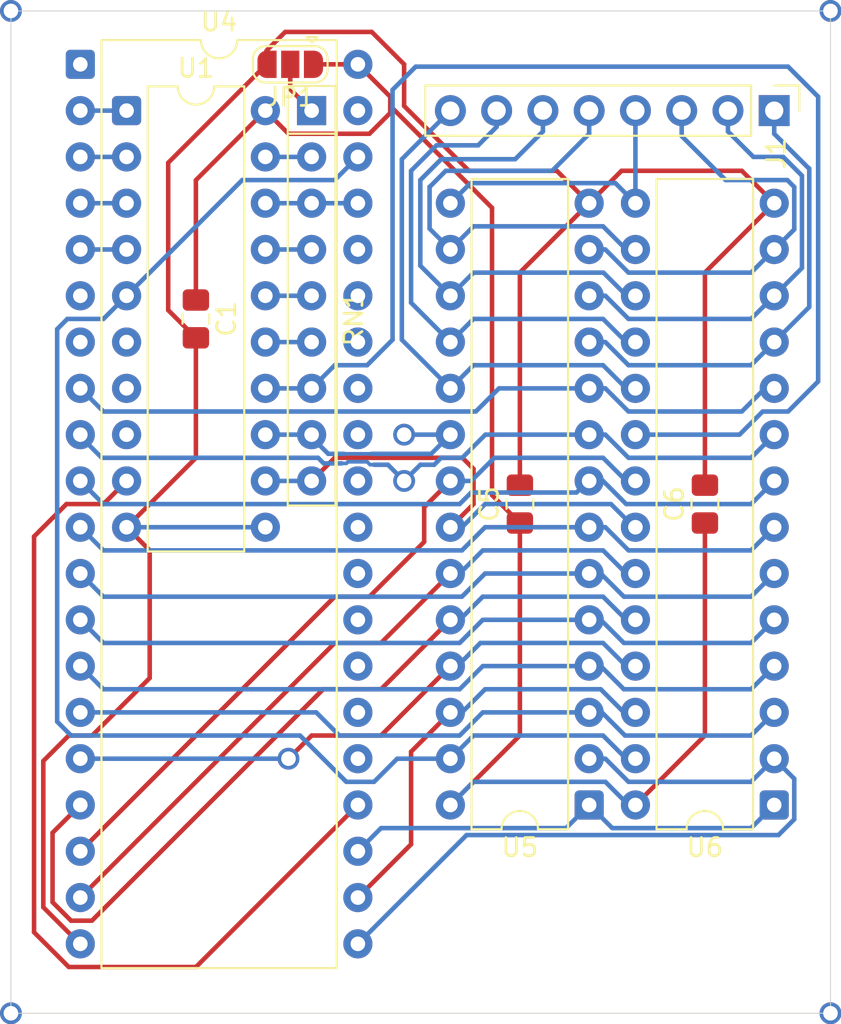
<source format=kicad_pcb>
(kicad_pcb (version 20241229) (generator "pcbnew") (generator_version "9.0")
  (layers (0 "F.Cu" signal) (2 "B.Cu" signal) (13 "F.Paste" user) (15 "B.Paste" user) (5 "F.SilkS" user "F.Silkscreen") (7 "B.SilkS" user "B.Silkscreen") (1 "F.Mask" user) (3 "B.Mask" user) (25 "Edge.Cuts" user))
  (net 0 "")
  (net 1 "GND")
  (net 2 "+5V")
  (net 3 "/D0")
  (net 4 "/D4")
  (net 5 "/D2")
  (net 6 "/D7")
  (net 7 "/D1")
  (net 8 "/D6")
  (net 9 "/D3")
  (net 10 "RW")
  (net 11 "A15")
  (net 12 "CLK")
  (net 13 "OSC")
  (net 14 "/A10")
  (net 15 "/A3")
  (net 16 "/A9")
  (net 17 "/A13")
  (net 18 "/A8")
  (net 19 "/A2")
  (net 20 "/A6")
  (net 21 "/A4")
  (net 22 "/A7")
  (net 23 "/A14")
  (net 24 "/A5")
  (net 25 "/A12")
  (net 26 "/A1")
  (net 27 "/A0")
  (net 28 "/A11")
  (net 29 "/D5")
  (net 46 "I8")
  (net 47 "CLK{slash}2")
  (net 48 "O5")
  (net 49 "O4")
  (net 50 "I7")
  (net 51 "I6")
  (net 52 "O3")
  (net 53 "Net-(JP1-C)")
  (net 54 "_CS2")
  (net 55 "_CS1")
  (net 56 "_OE")
  (net 57 "_EXTSEL")
  (net 58 "_O2")
  (net 59 "_CI")
  (footprint "Jumper:SolderJumper-3_P1.3mm_Open_RoundedPad1.0x1.5mm" (layer "F.Cu") (at 113.127 50.8 180)
    (property "Reference" "JP1" (at 0 -1.8 0) (layer "F.SilkS"))
    (property "Value" "SolderJumper_3_Open" (hide yes))
    (pad "1" smd custom (at -1.3 0 180) (size 1 0.5) (layers "F.Cu" "F.Mask") (net 2 "+5V") (options (clearance outline) (anchor rect)) (primitives (gr_circle (center 0 0.25) (end 0.5 0.25) (width 0) (fill yes)) (gr_circle (center 0 -0.25) (end 0.5 -0.25) (width 0) (fill yes)) (gr_poly (pts (xy 0.55 0.75) (xy 0 0.75) (xy 0 -0.75) (xy 0.55 -0.75)) (width 0) (fill yes))))
    (pad "2" smd rect (at 0 0 180) (size 1 1.5) (layers "F.Cu" "F.Mask") (net 53 "Net-(JP1-C)"))
    (pad "3" smd custom (at 1.3 0 180) (size 1 0.5) (layers "F.Cu" "F.Mask") (net 1 "GND") (options (clearance outline) (anchor rect)) (primitives (gr_circle (center 0 0.25) (end 0.5 0.25) (width 0) (fill yes)) (gr_circle (center 0 -0.25) (end 0.5 -0.25) (width 0) (fill yes)) (gr_poly (pts (xy 0 0.75) (xy -0.55 0.75) (xy -0.55 -0.75) (xy 0 -0.75)) (width 0) (fill yes))))
  )
  (footprint "Package_DIP:DIP-28_W7.62mm" (layer "F.Cu") (at 139.7 91.44 180)
    (property "Reference" "U6" (at 3.81 -2.33 0) (layer "F.SilkS"))
    (property "Value" "KM62256CLP")
    (pad "1" thru_hole roundrect (at 0 0 180) (size 1.6 1.6) (drill 0.8) (layers "*.Cu" "*.Mask") (roundrect_rratio 0.15625) (net 23 "/A14"))
    (pad "2" thru_hole circle (at 0 2.54 180) (size 1.6 1.6) (drill 0.8) (layers "*.Cu" "*.Mask") (net 25 "/A12"))
    (pad "3" thru_hole circle (at 0 5.08 180) (size 1.6 1.6) (drill 0.8) (layers "*.Cu" "*.Mask") (net 22 "/A7"))
    (pad "4" thru_hole circle (at 0 7.62 180) (size 1.6 1.6) (drill 0.8) (layers "*.Cu" "*.Mask") (net 20 "/A6"))
    (pad "5" thru_hole circle (at 0 10.16 180) (size 1.6 1.6) (drill 0.8) (layers "*.Cu" "*.Mask") (net 24 "/A5"))
    (pad "6" thru_hole circle (at 0 12.7 180) (size 1.6 1.6) (drill 0.8) (layers "*.Cu" "*.Mask") (net 21 "/A4"))
    (pad "7" thru_hole circle (at 0 15.24 180) (size 1.6 1.6) (drill 0.8) (layers "*.Cu" "*.Mask") (net 15 "/A3"))
    (pad "8" thru_hole circle (at 0 17.78 180) (size 1.6 1.6) (drill 0.8) (layers "*.Cu" "*.Mask") (net 19 "/A2"))
    (pad "9" thru_hole circle (at 0 20.32 180) (size 1.6 1.6) (drill 0.8) (layers "*.Cu" "*.Mask") (net 26 "/A1"))
    (pad "10" thru_hole circle (at 0 22.86 180) (size 1.6 1.6) (drill 0.8) (layers "*.Cu" "*.Mask") (net 27 "/A0"))
    (pad "11" thru_hole circle (at 0 25.4 180) (size 1.6 1.6) (drill 0.8) (layers "*.Cu" "*.Mask") (net 3 "/D0"))
    (pad "12" thru_hole circle (at 0 27.94 180) (size 1.6 1.6) (drill 0.8) (layers "*.Cu" "*.Mask") (net 7 "/D1"))
    (pad "13" thru_hole circle (at 0 30.48 180) (size 1.6 1.6) (drill 0.8) (layers "*.Cu" "*.Mask") (net 5 "/D2"))
    (pad "14" thru_hole circle (at 0 33.02 180) (size 1.6 1.6) (drill 0.8) (layers "*.Cu" "*.Mask") (net 1 "GND"))
    (pad "15" thru_hole circle (at 7.62 33.02 180) (size 1.6 1.6) (drill 0.8) (layers "*.Cu" "*.Mask") (net 9 "/D3"))
    (pad "16" thru_hole circle (at 7.62 30.48 180) (size 1.6 1.6) (drill 0.8) (layers "*.Cu" "*.Mask") (net 4 "/D4"))
    (pad "17" thru_hole circle (at 7.62 27.94 180) (size 1.6 1.6) (drill 0.8) (layers "*.Cu" "*.Mask") (net 29 "/D5"))
    (pad "18" thru_hole circle (at 7.62 25.4 180) (size 1.6 1.6) (drill 0.8) (layers "*.Cu" "*.Mask") (net 8 "/D6"))
    (pad "19" thru_hole circle (at 7.62 22.86 180) (size 1.6 1.6) (drill 0.8) (layers "*.Cu" "*.Mask") (net 6 "/D7"))
    (pad "20" thru_hole circle (at 7.62 20.32 180) (size 1.6 1.6) (drill 0.8) (layers "*.Cu" "*.Mask") (net 54 "_CS2"))
    (pad "21" thru_hole circle (at 7.62 17.78 180) (size 1.6 1.6) (drill 0.8) (layers "*.Cu" "*.Mask") (net 14 "/A10"))
    (pad "22" thru_hole circle (at 7.62 15.24 180) (size 1.6 1.6) (drill 0.8) (layers "*.Cu" "*.Mask") (net 56 "_OE"))
    (pad "23" thru_hole circle (at 7.62 12.7 180) (size 1.6 1.6) (drill 0.8) (layers "*.Cu" "*.Mask") (net 28 "/A11"))
    (pad "24" thru_hole circle (at 7.62 10.16 180) (size 1.6 1.6) (drill 0.8) (layers "*.Cu" "*.Mask") (net 16 "/A9"))
    (pad "25" thru_hole circle (at 7.62 7.62 180) (size 1.6 1.6) (drill 0.8) (layers "*.Cu" "*.Mask") (net 18 "/A8"))
    (pad "26" thru_hole circle (at 7.62 5.08 180) (size 1.6 1.6) (drill 0.8) (layers "*.Cu" "*.Mask") (net 17 "/A13"))
    (pad "27" thru_hole circle (at 7.62 2.54 180) (size 1.6 1.6) (drill 0.8) (layers "*.Cu" "*.Mask") (net 10 "RW"))
    (pad "28" thru_hole circle (at 7.62 0 180) (size 1.6 1.6) (drill 0.8) (layers "*.Cu" "*.Mask") (net 2 "+5V"))
  )
  (footprint "Resistor_THT:R_Array_SIP9" (layer "F.Cu") (at 114.3 53.34 -90)
    (property "Reference" "RN1" (at 11.43 -2.31 90) (layer "F.SilkS"))
    (property "Value" "1k")
    (pad "1" thru_hole rect (at 0 0 270) (size 1.6 1.6) (drill 0.8) (layers "*.Cu" "*.Mask") (net 53 "Net-(JP1-C)"))
    (pad "2" thru_hole circle (at 2.54 0 270) (size 1.6 1.6) (drill 0.8) (layers "*.Cu" "*.Mask") (net 47 "CLK{slash}2"))
    (pad "3" thru_hole circle (at 5.08 0 270) (size 1.6 1.6) (drill 0.8) (layers "*.Cu" "*.Mask") (net 13 "OSC"))
    (pad "4" thru_hole circle (at 7.62 0 270) (size 1.6 1.6) (drill 0.8) (layers "*.Cu" "*.Mask") (net 52 "O3"))
    (pad "5" thru_hole circle (at 10.16 0 270) (size 1.6 1.6) (drill 0.8) (layers "*.Cu" "*.Mask") (net 49 "O4"))
    (pad "6" thru_hole circle (at 12.7 0 270) (size 1.6 1.6) (drill 0.8) (layers "*.Cu" "*.Mask") (net 48 "O5"))
    (pad "7" thru_hole circle (at 15.24 0 270) (size 1.6 1.6) (drill 0.8) (layers "*.Cu" "*.Mask") (net 54 "_CS2"))
    (pad "8" thru_hole circle (at 17.78 0 270) (size 1.6 1.6) (drill 0.8) (layers "*.Cu" "*.Mask") (net 55 "_CS1"))
    (pad "9" thru_hole circle (at 20.32 0 270) (size 1.6 1.6) (drill 0.8) (layers "*.Cu" "*.Mask") (net 56 "_OE"))
  )
  (footprint "Connector_PinHeader_2.54mm:PinHeader_1x08_P2.54mm_Vertical" (layer "F.Cu") (at 139.7 53.34 -90)
    (property "Reference" "J1" (at 2.3622 -0.1016 90) (layer "F.SilkS"))
    (property "Value" "D")
    (pad "1" thru_hole rect (at 0 0 270) (size 1.7 1.7) (drill 1) (layers "*.Cu" "*.Mask") (net 3 "/D0"))
    (pad "2" thru_hole circle (at 0 2.54 270) (size 1.7 1.7) (drill 1) (layers "*.Cu" "*.Mask") (net 7 "/D1"))
    (pad "3" thru_hole circle (at 0 5.08 270) (size 1.7 1.7) (drill 1) (layers "*.Cu" "*.Mask") (net 5 "/D2"))
    (pad "4" thru_hole circle (at 0 7.62 270) (size 1.7 1.7) (drill 1) (layers "*.Cu" "*.Mask") (net 9 "/D3"))
    (pad "5" thru_hole circle (at 0 10.16 270) (size 1.7 1.7) (drill 1) (layers "*.Cu" "*.Mask") (net 4 "/D4"))
    (pad "6" thru_hole circle (at 0 12.7 270) (size 1.7 1.7) (drill 1) (layers "*.Cu" "*.Mask") (net 29 "/D5"))
    (pad "7" thru_hole circle (at 0 15.24 270) (size 1.7 1.7) (drill 1) (layers "*.Cu" "*.Mask") (net 8 "/D6"))
    (pad "8" thru_hole circle (at 0 17.78 270) (size 1.7 1.7) (drill 1) (layers "*.Cu" "*.Mask") (net 6 "/D7"))
  )
  (footprint "Package_DIP:DIP-40_W15.24mm" (layer "F.Cu") (at 101.6 50.8)
    (property "Reference" "U4" (at 7.62 -2.33 0) (layer "F.SilkS"))
    (property "Value" "~" (hide yes))
    (pad "1" thru_hole roundrect (at 0 0) (size 1.6 1.6) (drill 0.8) (layers "*.Cu" "*.Mask") (roundrect_rratio 0.15625))
    (pad "2" thru_hole circle (at 0 2.54) (size 1.6 1.6) (drill 0.8) (layers "*.Cu" "*.Mask") (net 12 "CLK"))
    (pad "3" thru_hole circle (at 0 5.08) (size 1.6 1.6) (drill 0.8) (layers "*.Cu" "*.Mask") (net 57 "_EXTSEL"))
    (pad "4" thru_hole circle (at 0 7.62) (size 1.6 1.6) (drill 0.8) (layers "*.Cu" "*.Mask") (net 59 "_CI"))
    (pad "5" thru_hole circle (at 0 10.16) (size 1.6 1.6) (drill 0.8) (layers "*.Cu" "*.Mask") (net 58 "_O2"))
    (pad "6" thru_hole circle (at 0 12.7) (size 1.6 1.6) (drill 0.8) (layers "*.Cu" "*.Mask"))
    (pad "7" thru_hole circle (at 0 15.24) (size 1.6 1.6) (drill 0.8) (layers "*.Cu" "*.Mask"))
    (pad "8" thru_hole circle (at 0 17.78) (size 1.6 1.6) (drill 0.8) (layers "*.Cu" "*.Mask") (net 27 "/A0"))
    (pad "9" thru_hole circle (at 0 20.32) (size 1.6 1.6) (drill 0.8) (layers "*.Cu" "*.Mask") (net 26 "/A1"))
    (pad "10" thru_hole circle (at 0 22.86) (size 1.6 1.6) (drill 0.8) (layers "*.Cu" "*.Mask") (net 19 "/A2"))
    (pad "11" thru_hole circle (at 0 25.4) (size 1.6 1.6) (drill 0.8) (layers "*.Cu" "*.Mask") (net 15 "/A3"))
    (pad "12" thru_hole circle (at 0 27.94) (size 1.6 1.6) (drill 0.8) (layers "*.Cu" "*.Mask") (net 21 "/A4"))
    (pad "13" thru_hole circle (at 0 30.48) (size 1.6 1.6) (drill 0.8) (layers "*.Cu" "*.Mask") (net 24 "/A5"))
    (pad "14" thru_hole circle (at 0 33.02) (size 1.6 1.6) (drill 0.8) (layers "*.Cu" "*.Mask") (net 20 "/A6"))
    (pad "15" thru_hole circle (at 0 35.56) (size 1.6 1.6) (drill 0.8) (layers "*.Cu" "*.Mask") (net 22 "/A7"))
    (pad "16" thru_hole circle (at 0 38.1) (size 1.6 1.6) (drill 0.8) (layers "*.Cu" "*.Mask") (net 18 "/A8"))
    (pad "17" thru_hole circle (at 0 40.64) (size 1.6 1.6) (drill 0.8) (layers "*.Cu" "*.Mask") (net 16 "/A9"))
    (pad "18" thru_hole circle (at 0 43.18) (size 1.6 1.6) (drill 0.8) (layers "*.Cu" "*.Mask") (net 14 "/A10"))
    (pad "19" thru_hole circle (at 0 45.72) (size 1.6 1.6) (drill 0.8) (layers "*.Cu" "*.Mask") (net 28 "/A11"))
    (pad "20" thru_hole circle (at 0 48.26) (size 1.6 1.6) (drill 0.8) (layers "*.Cu" "*.Mask") (net 1 "GND"))
    (pad "21" thru_hole circle (at 15.24 48.26) (size 1.6 1.6) (drill 0.8) (layers "*.Cu" "*.Mask") (net 25 "/A12"))
    (pad "22" thru_hole circle (at 15.24 45.72) (size 1.6 1.6) (drill 0.8) (layers "*.Cu" "*.Mask") (net 17 "/A13"))
    (pad "23" thru_hole circle (at 15.24 43.18) (size 1.6 1.6) (drill 0.8) (layers "*.Cu" "*.Mask") (net 23 "/A14"))
    (pad "24" thru_hole circle (at 15.24 40.64) (size 1.6 1.6) (drill 0.8) (layers "*.Cu" "*.Mask") (net 11 "A15"))
    (pad "25" thru_hole circle (at 15.24 38.1) (size 1.6 1.6) (drill 0.8) (layers "*.Cu" "*.Mask"))
    (pad "26" thru_hole circle (at 15.24 35.56) (size 1.6 1.6) (drill 0.8) (layers "*.Cu" "*.Mask"))
    (pad "27" thru_hole circle (at 15.24 33.02) (size 1.6 1.6) (drill 0.8) (layers "*.Cu" "*.Mask"))
    (pad "28" thru_hole circle (at 15.24 30.48) (size 1.6 1.6) (drill 0.8) (layers "*.Cu" "*.Mask"))
    (pad "29" thru_hole circle (at 15.24 27.94) (size 1.6 1.6) (drill 0.8) (layers "*.Cu" "*.Mask"))
    (pad "30" thru_hole circle (at 15.24 25.4) (size 1.6 1.6) (drill 0.8) (layers "*.Cu" "*.Mask"))
    (pad "31" thru_hole circle (at 15.24 22.86) (size 1.6 1.6) (drill 0.8) (layers "*.Cu" "*.Mask"))
    (pad "32" thru_hole circle (at 15.24 20.32) (size 1.6 1.6) (drill 0.8) (layers "*.Cu" "*.Mask"))
    (pad "33" thru_hole circle (at 15.24 17.78) (size 1.6 1.6) (drill 0.8) (layers "*.Cu" "*.Mask"))
    (pad "34" thru_hole circle (at 15.24 15.24) (size 1.6 1.6) (drill 0.8) (layers "*.Cu" "*.Mask"))
    (pad "35" thru_hole circle (at 15.24 12.7) (size 1.6 1.6) (drill 0.8) (layers "*.Cu" "*.Mask"))
    (pad "36" thru_hole circle (at 15.24 10.16) (size 1.6 1.6) (drill 0.8) (layers "*.Cu" "*.Mask"))
    (pad "37" thru_hole circle (at 15.24 7.62) (size 1.6 1.6) (drill 0.8) (layers "*.Cu" "*.Mask") (net 13 "OSC"))
    (pad "38" thru_hole circle (at 15.24 5.08) (size 1.6 1.6) (drill 0.8) (layers "*.Cu" "*.Mask") (net 10 "RW"))
    (pad "39" thru_hole circle (at 15.24 2.54) (size 1.6 1.6) (drill 0.8) (layers "*.Cu" "*.Mask"))
    (pad "40" thru_hole circle (at 15.24 0) (size 1.6 1.6) (drill 0.8) (layers "*.Cu" "*.Mask") (net 2 "+5V"))
  )
  (footprint "Capacitor_SMD:C_0805_2012Metric_Pad1.18x1.45mm_HandSolder" (layer "F.Cu") (at 135.895 74.93 90)
    (property "Reference" "C6" (at 0 -1.68 90) (layer "F.SilkS"))
    (property "Value" "100n" (hide yes))
    (pad "1" smd roundrect (at -1.0375 0 90) (size 1.175 1.45) (layers "F.Cu" "F.Mask" "F.Paste") (roundrect_rratio 0.212766) (net 2 "+5V"))
    (pad "2" smd roundrect (at 1.0375 0 90) (size 1.175 1.45) (layers "F.Cu" "F.Mask" "F.Paste") (roundrect_rratio 0.212766) (net 1 "GND"))
  )
  (footprint "Capacitor_SMD:C_0805_2012Metric_Pad1.18x1.45mm_HandSolder" (layer "F.Cu") (at 125.735 74.93 90)
    (property "Reference" "C5" (at 0 -1.68 90) (layer "F.SilkS"))
    (property "Value" "100n")
    (pad "1" smd roundrect (at -1.0375 0 90) (size 1.175 1.45) (layers "F.Cu" "F.Mask" "F.Paste") (roundrect_rratio 0.212766) (net 2 "+5V"))
    (pad "2" smd roundrect (at 1.0375 0 90) (size 1.175 1.45) (layers "F.Cu" "F.Mask" "F.Paste") (roundrect_rratio 0.212766) (net 1 "GND"))
  )
  (footprint "Capacitor_SMD:C_0805_2012Metric_Pad1.18x1.45mm_HandSolder" (layer "F.Cu") (at 107.945 64.77 -90)
    (property "Reference" "C1" (at 0 -1.68 90) (layer "F.SilkS"))
    (property "Value" "100n")
    (pad "1" smd roundrect (at -1.0375 0 270) (size 1.175 1.45) (layers "F.Cu" "F.Mask" "F.Paste") (roundrect_rratio 0.212766) (net 2 "+5V"))
    (pad "2" smd roundrect (at 1.0375 0 270) (size 1.175 1.45) (layers "F.Cu" "F.Mask" "F.Paste") (roundrect_rratio 0.212766) (net 1 "GND"))
  )
  (footprint "Package_DIP:DIP-20_W7.62mm" (layer "F.Cu") (at 104.14 53.34)
    (property "Reference" "U1" (at 3.81 -2.33 0) (layer "F.SilkS"))
    (property "Value" "GAL16V8")
    (pad "1" thru_hole roundrect (at 0 0) (size 1.6 1.6) (drill 0.8) (layers "*.Cu" "*.Mask") (roundrect_rratio 0.15625) (net 12 "CLK"))
    (pad "2" thru_hole circle (at 0 2.54) (size 1.6 1.6) (drill 0.8) (layers "*.Cu" "*.Mask") (net 57 "_EXTSEL"))
    (pad "3" thru_hole circle (at 0 5.08) (size 1.6 1.6) (drill 0.8) (layers "*.Cu" "*.Mask") (net 59 "_CI"))
    (pad "4" thru_hole circle (at 0 7.62) (size 1.6 1.6) (drill 0.8) (layers "*.Cu" "*.Mask") (net 58 "_O2"))
    (pad "5" thru_hole circle (at 0 10.16) (size 1.6 1.6) (drill 0.8) (layers "*.Cu" "*.Mask") (net 10 "RW"))
    (pad "6" thru_hole circle (at 0 12.7) (size 1.6 1.6) (drill 0.8) (layers "*.Cu" "*.Mask") (net 51 "I6"))
    (pad "7" thru_hole circle (at 0 15.24) (size 1.6 1.6) (drill 0.8) (layers "*.Cu" "*.Mask") (net 50 "I7"))
    (pad "8" thru_hole circle (at 0 17.78) (size 1.6 1.6) (drill 0.8) (layers "*.Cu" "*.Mask") (net 46 "I8"))
    (pad "9" thru_hole circle (at 0 20.32) (size 1.6 1.6) (drill 0.8) (layers "*.Cu" "*.Mask") (net 11 "A15"))
    (pad "10" thru_hole circle (at 0 22.86) (size 1.6 1.6) (drill 0.8) (layers "*.Cu" "*.Mask") (net 1 "GND"))
    (pad "11" thru_hole circle (at 7.62 22.86) (size 1.6 1.6) (drill 0.8) (layers "*.Cu" "*.Mask") (net 1 "GND"))
    (pad "12" thru_hole circle (at 7.62 20.32) (size 1.6 1.6) (drill 0.8) (layers "*.Cu" "*.Mask") (net 56 "_OE"))
    (pad "13" thru_hole circle (at 7.62 17.78) (size 1.6 1.6) (drill 0.8) (layers "*.Cu" "*.Mask") (net 55 "_CS1"))
    (pad "14" thru_hole circle (at 7.62 15.24) (size 1.6 1.6) (drill 0.8) (layers "*.Cu" "*.Mask") (net 54 "_CS2"))
    (pad "15" thru_hole circle (at 7.62 12.7) (size 1.6 1.6) (drill 0.8) (layers "*.Cu" "*.Mask") (net 48 "O5"))
    (pad "16" thru_hole circle (at 7.62 10.16) (size 1.6 1.6) (drill 0.8) (layers "*.Cu" "*.Mask") (net 49 "O4"))
    (pad "17" thru_hole circle (at 7.62 7.62) (size 1.6 1.6) (drill 0.8) (layers "*.Cu" "*.Mask") (net 52 "O3"))
    (pad "18" thru_hole circle (at 7.62 5.08) (size 1.6 1.6) (drill 0.8) (layers "*.Cu" "*.Mask") (net 13 "OSC"))
    (pad "19" thru_hole circle (at 7.62 2.54) (size 1.6 1.6) (drill 0.8) (layers "*.Cu" "*.Mask") (net 47 "CLK{slash}2"))
    (pad "20" thru_hole circle (at 7.62 0) (size 1.6 1.6) (drill 0.8) (layers "*.Cu" "*.Mask") (net 2 "+5V"))
  )
  (footprint "Package_DIP:DIP-28_W7.62mm" (layer "F.Cu") (at 129.54 91.44 180)
    (property "Reference" "U5" (at 3.81 -2.33 0) (layer "F.SilkS"))
    (property "Value" "KM62256CLP")
    (pad "1" thru_hole roundrect (at 0 0 180) (size 1.6 1.6) (drill 0.8) (layers "*.Cu" "*.Mask") (roundrect_rratio 0.15625) (net 23 "/A14"))
    (pad "2" thru_hole circle (at 0 2.54 180) (size 1.6 1.6) (drill 0.8) (layers "*.Cu" "*.Mask") (net 25 "/A12"))
    (pad "3" thru_hole circle (at 0 5.08 180) (size 1.6 1.6) (drill 0.8) (layers "*.Cu" "*.Mask") (net 22 "/A7"))
    (pad "4" thru_hole circle (at 0 7.62 180) (size 1.6 1.6) (drill 0.8) (layers "*.Cu" "*.Mask") (net 20 "/A6"))
    (pad "5" thru_hole circle (at 0 10.16 180) (size 1.6 1.6) (drill 0.8) (layers "*.Cu" "*.Mask") (net 24 "/A5"))
    (pad "6" thru_hole circle (at 0 12.7 180) (size 1.6 1.6) (drill 0.8) (layers "*.Cu" "*.Mask") (net 21 "/A4"))
    (pad "7" thru_hole circle (at 0 15.24 180) (size 1.6 1.6) (drill 0.8) (layers "*.Cu" "*.Mask") (net 15 "/A3"))
    (pad "8" thru_hole circle (at 0 17.78 180) (size 1.6 1.6) (drill 0.8) (layers "*.Cu" "*.Mask") (net 19 "/A2"))
    (pad "9" thru_hole circle (at 0 20.32 180) (size 1.6 1.6) (drill 0.8) (layers "*.Cu" "*.Mask") (net 26 "/A1"))
    (pad "10" thru_hole circle (at 0 22.86 180) (size 1.6 1.6) (drill 0.8) (layers "*.Cu" "*.Mask") (net 27 "/A0"))
    (pad "11" thru_hole circle (at 0 25.4 180) (size 1.6 1.6) (drill 0.8) (layers "*.Cu" "*.Mask") (net 3 "/D0"))
    (pad "12" thru_hole circle (at 0 27.94 180) (size 1.6 1.6) (drill 0.8) (layers "*.Cu" "*.Mask") (net 7 "/D1"))
    (pad "13" thru_hole circle (at 0 30.48 180) (size 1.6 1.6) (drill 0.8) (layers "*.Cu" "*.Mask") (net 5 "/D2"))
    (pad "14" thru_hole circle (at 0 33.02 180) (size 1.6 1.6) (drill 0.8) (layers "*.Cu" "*.Mask") (net 1 "GND"))
    (pad "15" thru_hole circle (at 7.62 33.02 180) (size 1.6 1.6) (drill 0.8) (layers "*.Cu" "*.Mask") (net 9 "/D3"))
    (pad "16" thru_hole circle (at 7.62 30.48 180) (size 1.6 1.6) (drill 0.8) (layers "*.Cu" "*.Mask") (net 4 "/D4"))
    (pad "17" thru_hole circle (at 7.62 27.94 180) (size 1.6 1.6) (drill 0.8) (layers "*.Cu" "*.Mask") (net 29 "/D5"))
    (pad "18" thru_hole circle (at 7.62 25.4 180) (size 1.6 1.6) (drill 0.8) (layers "*.Cu" "*.Mask") (net 8 "/D6"))
    (pad "19" thru_hole circle (at 7.62 22.86 180) (size 1.6 1.6) (drill 0.8) (layers "*.Cu" "*.Mask") (net 6 "/D7"))
    (pad "20" thru_hole circle (at 7.62 20.32 180) (size 1.6 1.6) (drill 0.8) (layers "*.Cu" "*.Mask") (net 55 "_CS1"))
    (pad "21" thru_hole circle (at 7.62 17.78 180) (size 1.6 1.6) (drill 0.8) (layers "*.Cu" "*.Mask") (net 14 "/A10"))
    (pad "22" thru_hole circle (at 7.62 15.24 180) (size 1.6 1.6) (drill 0.8) (layers "*.Cu" "*.Mask") (net 56 "_OE"))
    (pad "23" thru_hole circle (at 7.62 12.7 180) (size 1.6 1.6) (drill 0.8) (layers "*.Cu" "*.Mask") (net 28 "/A11"))
    (pad "24" thru_hole circle (at 7.62 10.16 180) (size 1.6 1.6) (drill 0.8) (layers "*.Cu" "*.Mask") (net 16 "/A9"))
    (pad "25" thru_hole circle (at 7.62 7.62 180) (size 1.6 1.6) (drill 0.8) (layers "*.Cu" "*.Mask") (net 18 "/A8"))
    (pad "26" thru_hole circle (at 7.62 5.08 180) (size 1.6 1.6) (drill 0.8) (layers "*.Cu" "*.Mask") (net 17 "/A13"))
    (pad "27" thru_hole circle (at 7.62 2.54 180) (size 1.6 1.6) (drill 0.8) (layers "*.Cu" "*.Mask") (net 10 "RW"))
    (pad "28" thru_hole circle (at 7.62 0 180) (size 1.6 1.6) (drill 0.8) (layers "*.Cu" "*.Mask") (net 2 "+5V"))
  )
  (gr_line (start 97.79 47.87) (end 142.79 47.87) (stroke (width 0.05)) (layer "Edge.Cuts"))
  (gr_line (start 142.79 102.87) (end 97.79 102.87) (stroke (width 0.05)) (layer "Edge.Cuts"))
  (gr_line (start 97.79 102.87) (end 97.79 47.87) (stroke (width 0.05)) (layer "Edge.Cuts"))
  (gr_line (start 142.79 47.87) (end 142.79 102.87) (stroke (width 0.05)) (layer "Edge.Cuts"))
  (via (at 142.79 47.87) (size 1.2) (drill 0.8) (layers "F.Cu" "B.Cu") (net 0))
  (via (at 97.79 47.87) (size 1.2) (drill 0.8) (layers "F.Cu" "B.Cu") (net 0))
  (via (at 97.79 102.87) (size 1.2) (drill 0.8) (layers "F.Cu" "B.Cu") (net 0))
  (via (at 142.79 102.87) (size 1.2) (drill 0.8) (layers "F.Cu" "B.Cu") (net 0))
  (segment (start 111.827 50.045) (end 112.85 49.022) (width 0.25) (layer "F.Cu") (net 1))
  (segment (start 104.14 76.2) (end 107.945 72.395) (width 0.25) (layer "F.Cu") (net 1))
  (segment (start 112.85 49.022) (end 117.602 49.022) (width 0.25) (layer "F.Cu") (net 1))
  (segment (start 104.14 76.2) (end 105.41 77.47) (width 0.25) (layer "F.Cu") (net 1))
  (segment (start 107.945 72.395) (end 107.945 65.8075) (width 0.25) (layer "F.Cu") (net 1))
  (segment (start 105.41 84.474339) (end 102.254339 87.63) (width 0.25) (layer "F.Cu") (net 1))
  (segment (start 122.936 56.642) (end 127.762 56.642) (width 0.25) (layer "F.Cu") (net 1))
  (segment (start 106.426 56.201) (end 106.426 64.2885) (width 0.25) (layer "F.Cu") (net 1))
  (segment (start 102.254339 87.63) (end 100.965 87.63) (width 0.25) (layer "F.Cu") (net 1))
  (segment (start 101.5746 99.06) (end 101.6 99.06) (width 0.25) (layer "F.Cu") (net 1))
  (segment (start 100.965 87.63) (end 99.568 89.027) (width 0.25) (layer "F.Cu") (net 1))
  (segment (start 105.41 77.47) (end 105.41 84.474339) (width 0.25) (layer "F.Cu") (net 1))
  (segment (start 135.895 62.225) (end 139.7 58.42) (width 0.25) (layer "F.Cu") (net 1))
  (segment (start 139.7 58.42) (end 137.922 56.642) (width 0.25) (layer "F.Cu") (net 1))
  (segment (start 106.426 64.2885) (end 107.945 65.8075) (width 0.25) (layer "F.Cu") (net 1))
  (segment (start 125.735 62.225) (end 125.735 73.8925) (width 0.25) (layer "F.Cu") (net 1))
  (segment (start 99.568 89.027) (end 99.568 97.0534) (width 0.25) (layer "F.Cu") (net 1))
  (segment (start 117.602 49.022) (end 119.38 50.8) (width 0.25) (layer "F.Cu") (net 1))
  (segment (start 119.38 50.8) (end 119.38 53.086) (width 0.25) (layer "F.Cu") (net 1))
  (segment (start 129.54 58.42) (end 127.762 56.642) (width 0.25) (layer "F.Cu") (net 1))
  (segment (start 135.895 73.8925) (end 135.895 62.225) (width 0.25) (layer "F.Cu") (net 1))
  (segment (start 137.922 56.642) (end 131.318 56.642) (width 0.25) (layer "F.Cu") (net 1))
  (segment (start 131.318 56.642) (end 129.54 58.42) (width 0.25) (layer "F.Cu") (net 1))
  (segment (start 111.827 50.8) (end 111.827 50.045) (width 0.25) (layer "F.Cu") (net 1))
  (segment (start 99.568 97.0534) (end 101.5746 99.06) (width 0.25) (layer "F.Cu") (net 1))
  (segment (start 119.38 53.086) (end 122.936 56.642) (width 0.25) (layer "F.Cu") (net 1))
  (segment (start 129.54 58.42) (end 125.735 62.225) (width 0.25) (layer "F.Cu") (net 1))
  (segment (start 111.827 50.8) (end 106.426 56.201) (width 0.25) (layer "F.Cu") (net 1))
  (segment (start 104.14 76.2) (end 111.76 76.2) (width 0.25) (layer "B.Cu") (net 1))
  (segment (start 125.735 87.625) (end 125.735 75.9675) (width 0.25) (layer "F.Cu") (net 2))
  (segment (start 111.76 53.34) (end 113.03 54.61) (width 0.25) (layer "F.Cu") (net 2))
  (segment (start 107.945 57.155) (end 107.945 63.7325) (width 0.25) (layer "F.Cu") (net 2))
  (segment (start 116.459 50.419) (end 116.84 50.8) (width 0.25) (layer "F.Cu") (net 2))
  (segment (start 118.618 53.086) (end 118.618 52.578) (width 0.25) (layer "F.Cu") (net 2))
  (segment (start 125.735 75.9675) (end 124.206 74.4385) (width 0.25) (layer "F.Cu") (net 2))
  (segment (start 124.206 74.4385) (end 124.206 58.674) (width 0.25) (layer "F.Cu") (net 2))
  (segment (start 117.475 54.61) (end 118.618 53.467) (width 0.25) (layer "F.Cu") (net 2))
  (segment (start 121.92 91.44) (end 125.735 87.625) (width 0.25) (layer "F.Cu") (net 2))
  (segment (start 118.618 52.578) (end 116.84 50.8) (width 0.25) (layer "F.Cu") (net 2))
  (segment (start 111.76 53.34) (end 107.945 57.155) (width 0.25) (layer "F.Cu") (net 2))
  (segment (start 124.206 58.674) (end 118.618 53.086) (width 0.25) (layer "F.Cu") (net 2))
  (segment (start 116.84 50.8) (end 114.427 50.8) (width 0.25) (layer "F.Cu") (net 2))
  (segment (start 113.03 54.61) (end 117.475 54.61) (width 0.25) (layer "F.Cu") (net 2))
  (segment (start 132.08 91.44) (end 135.895 87.625) (width 0.25) (layer "F.Cu") (net 2))
  (segment (start 118.618 53.467) (end 118.618 53.086) (width 0.25) (layer "F.Cu") (net 2))
  (segment (start 135.895 87.625) (end 135.895 75.9675) (width 0.25) (layer "F.Cu") (net 2))
  (segment (start 130.429 90.17) (end 123.19 90.17) (width 0.25) (layer "B.Cu") (net 2))
  (segment (start 123.19 90.17) (end 121.92 91.44) (width 0.25) (layer "B.Cu") (net 2))
  (segment (start 131.699 91.44) (end 130.429 90.17) (width 0.25) (layer "B.Cu") (net 2))
  (segment (start 132.08 91.44) (end 131.699 91.44) (width 0.25) (layer "B.Cu") (net 2))
  (segment (start 141.625 56.515) (end 141.605 56.515) (width 0.25) (layer "B.Cu") (net 3))
  (segment (start 131.699 67.31) (end 130.429 66.04) (width 0.25) (layer "B.Cu") (net 3))
  (segment (start 141.625 64.115) (end 141.625 56.515) (width 0.25) (layer "B.Cu") (net 3))
  (segment (start 139.7 66.04) (end 138.43 67.31) (width 0.25) (layer "B.Cu") (net 3))
  (segment (start 139.7 66.04) (end 141.625 64.115) (width 0.25) (layer "B.Cu") (net 3))
  (segment (start 139.7 54.61) (end 139.7 53.34) (width 0.25) (layer "B.Cu") (net 3))
  (segment (start 130.429 66.04) (end 129.54 66.04) (width 0.25) (layer "B.Cu") (net 3))
  (segment (start 141.605 56.515) (end 139.7 54.61) (width 0.25) (layer "B.Cu") (net 3))
  (segment (start 138.43 67.31) (end 131.699 67.31) (width 0.25) (layer "B.Cu") (net 3))
  (segment (start 120.777 57.519388) (end 120.777 57.531) (width 0.25) (layer "B.Cu") (net 4))
  (segment (start 120.777 57.531) (end 121.666 56.642) (width 0.25) (layer "B.Cu") (net 4))
  (segment (start 121.666 56.642) (end 127.508 56.642) (width 0.25) (layer "B.Cu") (net 4))
  (segment (start 131.572 60.96) (end 130.302 59.69) (width 0.25) (layer "B.Cu") (net 4))
  (segment (start 130.302 59.69) (end 123.19 59.69) (width 0.25) (layer "B.Cu") (net 4))
  (segment (start 129.54 54.61) (end 129.54 53.34) (width 0.25) (layer "B.Cu") (net 4))
  (segment (start 120.777 57.531) (end 120.777 59.817) (width 0.25) (layer "B.Cu") (net 4))
  (segment (start 132.08 60.96) (end 131.572 60.96) (width 0.25) (layer "B.Cu") (net 4))
  (segment (start 127.508 56.642) (end 129.54 54.61) (width 0.25) (layer "B.Cu") (net 4))
  (segment (start 120.777 59.817) (end 121.92 60.96) (width 0.25) (layer "B.Cu") (net 4))
  (segment (start 123.19 59.69) (end 121.92 60.96) (width 0.25) (layer "B.Cu") (net 4))
  (segment (start 130.429 60.96) (end 129.54 60.96) (width 0.25) (layer "B.Cu") (net 5))
  (segment (start 140.801 57.531) (end 140.42 57.15) (width 0.25) (layer "B.Cu") (net 5))
  (segment (start 139.7 60.96) (end 138.43 62.23) (width 0.25) (layer "B.Cu") (net 5))
  (segment (start 134.62 54.737) (end 134.62 53.34) (width 0.25) (layer "B.Cu") (net 5))
  (segment (start 140.801 59.859) (end 140.801 57.531) (width 0.25) (layer "B.Cu") (net 5))
  (segment (start 139.7 60.96) (end 140.801 59.859) (width 0.25) (layer "B.Cu") (net 5))
  (segment (start 140.42 57.15) (end 137.033 57.15) (width 0.25) (layer "B.Cu") (net 5))
  (segment (start 137.033 57.15) (end 134.62 54.737) (width 0.25) (layer "B.Cu") (net 5))
  (segment (start 131.699 62.23) (end 130.429 60.96) (width 0.25) (layer "B.Cu") (net 5))
  (segment (start 138.43 62.23) (end 131.699 62.23) (width 0.25) (layer "B.Cu") (net 5))
  (segment (start 119.253 56.007) (end 121.92 53.34) (width 0.25) (layer "B.Cu") (net 6))
  (segment (start 132.08 68.58) (end 131.572 68.58) (width 0.25) (layer "B.Cu") (net 6))
  (segment (start 130.302 67.31) (end 123.19 67.31) (width 0.25) (layer "B.Cu") (net 6))
  (segment (start 131.572 68.58) (end 130.302 67.31) (width 0.25) (layer "B.Cu") (net 6))
  (segment (start 121.92 68.58) (end 119.253 65.913) (width 0.25) (layer "B.Cu") (net 6))
  (segment (start 123.19 67.31) (end 121.92 68.58) (width 0.25) (layer "B.Cu") (net 6))
  (segment (start 119.253 65.913) (end 119.253 56.007) (width 0.25) (layer "B.Cu") (net 6))
  (segment (start 139.7 63.5) (end 141.224 61.976) (width 0.25) (layer "B.Cu") (net 7))
  (segment (start 137.16 54.483) (end 137.16 53.34) (width 0.25) (layer "B.Cu") (net 7))
  (segment (start 139.7 63.5) (end 138.43 64.77) (width 0.25) (layer "B.Cu") (net 7))
  (segment (start 138.43 64.77) (end 131.699 64.77) (width 0.25) (layer "B.Cu") (net 7))
  (segment (start 131.699 64.77) (end 130.429 63.5) (width 0.25) (layer "B.Cu") (net 7))
  (segment (start 130.429 63.5) (end 129.54 63.5) (width 0.25) (layer "B.Cu") (net 7))
  (segment (start 141.224 56.907611) (end 140.196389 55.88) (width 0.25) (layer "B.Cu") (net 7))
  (segment (start 141.224 61.976) (end 141.224 56.907611) (width 0.25) (layer "B.Cu") (net 7))
  (segment (start 138.557 55.88) (end 137.16 54.483) (width 0.25) (layer "B.Cu") (net 7))
  (segment (start 140.196389 55.88) (end 138.557 55.88) (width 0.25) (layer "B.Cu") (net 7))
  (segment (start 123.444 55.245) (end 124.46 54.229) (width 0.25) (layer "B.Cu") (net 8))
  (segment (start 119.761 56.642) (end 121.158 55.245) (width 0.25) (layer "B.Cu") (net 8))
  (segment (start 119.761 63.881) (end 119.761 56.642) (width 0.25) (layer "B.Cu") (net 8))
  (segment (start 131.572 66.04) (end 130.302 64.77) (width 0.25) (layer "B.Cu") (net 8))
  (segment (start 124.46 54.229) (end 124.46 53.34) (width 0.25) (layer "B.Cu") (net 8))
  (segment (start 121.158 55.245) (end 123.444 55.245) (width 0.25) (layer "B.Cu") (net 8))
  (segment (start 123.19 64.77) (end 121.92 66.04) (width 0.25) (layer "B.Cu") (net 8))
  (segment (start 130.302 64.77) (end 123.19 64.77) (width 0.25) (layer "B.Cu") (net 8))
  (segment (start 132.08 66.04) (end 131.572 66.04) (width 0.25) (layer "B.Cu") (net 8))
  (segment (start 121.92 66.04) (end 119.761 63.881) (width 0.25) (layer "B.Cu") (net 8))
  (segment (start 130.979 57.319) (end 130.81 57.319) (width 0.25) (layer "B.Cu") (net 9))
  (segment (start 132.08 58.42) (end 130.979 57.319) (width 0.25) (layer "B.Cu") (net 9))
  (segment (start 130.81 57.319) (end 123.021 57.319) (width 0.25) (layer "B.Cu") (net 9))
  (segment (start 123.021 57.319) (end 121.92 58.42) (width 0.25) (layer "B.Cu") (net 9))
  (segment (start 132.08 53.34) (end 132.08 58.42) (width 0.25) (layer "B.Cu") (net 9))
  (segment (start 100.33 65.3288) (end 100.8888 64.77) (width 0.25) (layer "B.Cu") (net 10))
  (segment (start 117.729 90.17) (end 116.205 90.17) (width 0.25) (layer "B.Cu") (net 10))
  (segment (start 101.092 87.63) (end 100.33 86.868) (width 0.25) (layer "B.Cu") (net 10))
  (segment (start 113.665 87.63) (end 101.092 87.63) (width 0.25) (layer "B.Cu") (net 10))
  (segment (start 100.33 86.868) (end 100.33 65.3288) (width 0.25) (layer "B.Cu") (net 10))
  (segment (start 123.19 87.63) (end 121.92 88.9) (width 0.25) (layer "B.Cu") (net 10))
  (segment (start 130.302 87.63) (end 123.19 87.63) (width 0.25) (layer "B.Cu") (net 10))
  (segment (start 116.205 90.17) (end 113.665 87.63) (width 0.25) (layer "B.Cu") (net 10))
  (segment (start 121.92 88.9) (end 118.999 88.9) (width 0.25) (layer "B.Cu") (net 10))
  (segment (start 116.84 55.88) (end 115.57 57.15) (width 0.25) (layer "B.Cu") (net 10))
  (segment (start 110.49 57.15) (end 104.14 63.5) (width 0.25) (layer "B.Cu") (net 10))
  (segment (start 115.57 57.15) (end 110.49 57.15) (width 0.25) (layer "B.Cu") (net 10))
  (segment (start 100.8888 64.77) (end 102.87 64.77) (width 0.25) (layer "B.Cu") (net 10))
  (segment (start 131.572 88.9) (end 130.302 87.63) (width 0.25) (layer "B.Cu") (net 10))
  (segment (start 132.08 88.9) (end 131.572 88.9) (width 0.25) (layer "B.Cu") (net 10))
  (segment (start 102.87 64.77) (end 104.14 63.5) (width 0.25) (layer "B.Cu") (net 10))
  (segment (start 118.999 88.9) (end 117.729 90.17) (width 0.25) (layer "B.Cu") (net 10))
  (segment (start 100.838 74.93) (end 102.87 74.93) (width 0.25) (layer "F.Cu") (net 11))
  (segment (start 100.965 100.33) (end 99.06 98.425) (width 0.25) (layer "F.Cu") (net 11))
  (segment (start 107.95 100.33) (end 100.965 100.33) (width 0.25) (layer "F.Cu") (net 11))
  (segment (start 116.84 91.44) (end 107.95 100.33) (width 0.25) (layer "F.Cu") (net 11))
  (segment (start 99.06 98.425) (end 99.06 76.708) (width 0.25) (layer "F.Cu") (net 11))
  (segment (start 99.06 76.708) (end 100.838 74.93) (width 0.25) (layer "F.Cu") (net 11))
  (segment (start 102.87 74.93) (end 104.14 73.66) (width 0.25) (layer "F.Cu") (net 11))
  (segment (start 104.14 53.34) (end 101.6 53.34) (width 0.25) (layer "B.Cu") (net 12))
  (segment (start 116.84 58.42) (end 111.76 58.42) (width 0.25) (layer "B.Cu") (net 13))
  (segment (start 115.57 80.01) (end 101.6 93.98) (width 0.25) (layer "F.Cu") (net 14))
  (segment (start 117.475 80.01) (end 115.57 80.01) (width 0.25) (layer "F.Cu") (net 14))
  (segment (start 120.481 75.099) (end 120.481 77.004) (width 0.25) (layer "F.Cu") (net 14))
  (segment (start 120.481 77.004) (end 117.475 80.01) (width 0.25) (layer "F.Cu") (net 14))
  (segment (start 121.92 73.66) (end 120.481 75.099) (width 0.25) (layer "F.Cu") (net 14))
  (segment (start 130.302 72.39) (end 124.333 72.39) (width 0.25) (layer "B.Cu") (net 14))
  (segment (start 131.572 73.66) (end 130.302 72.39) (width 0.25) (layer "B.Cu") (net 14))
  (segment (start 124.333 72.39) (end 123.063 73.66) (width 0.25) (layer "B.Cu") (net 14))
  (segment (start 123.063 73.66) (end 121.92 73.66) (width 0.25) (layer "B.Cu") (net 14))
  (segment (start 122.555 77.47) (end 102.87 77.47) (width 0.25) (layer "B.Cu") (net 15))
  (segment (start 131.699 77.47) (end 130.429 76.2) (width 0.25) (layer "B.Cu") (net 15))
  (segment (start 123.825 76.2) (end 122.555 77.47) (width 0.25) (layer "B.Cu") (net 15))
  (segment (start 102.87 77.47) (end 101.6 76.2) (width 0.25) (layer "B.Cu") (net 15))
  (segment (start 129.54 76.2) (end 123.825 76.2) (width 0.25) (layer "B.Cu") (net 15))
  (segment (start 130.429 76.2) (end 129.54 76.2) (width 0.25) (layer "B.Cu") (net 15))
  (segment (start 138.43 77.47) (end 131.699 77.47) (width 0.25) (layer "B.Cu") (net 15))
  (segment (start 139.7 76.2) (end 138.43 77.47) (width 0.25) (layer "B.Cu") (net 15))
  (segment (start 114.935 85.09) (end 102.235 97.79) (width 0.25) (layer "F.Cu") (net 16))
  (segment (start 100.076 92.964) (end 101.6 91.44) (width 0.25) (layer "F.Cu") (net 16))
  (segment (start 118.11 85.09) (end 114.935 85.09) (width 0.25) (layer "F.Cu") (net 16))
  (segment (start 101.092 97.79) (end 100.076 96.774) (width 0.25) (layer "F.Cu") (net 16))
  (segment (start 102.235 97.79) (end 101.092 97.79) (width 0.25) (layer "F.Cu") (net 16))
  (segment (start 100.076 96.774) (end 100.076 92.964) (width 0.25) (layer "F.Cu") (net 16))
  (segment (start 121.92 81.28) (end 118.11 85.09) (width 0.25) (layer "F.Cu") (net 16))
  (segment (start 130.302 80.01) (end 123.698 80.01) (width 0.25) (layer "B.Cu") (net 16))
  (segment (start 122.428 81.28) (end 121.92 81.28) (width 0.25) (layer "B.Cu") (net 16))
  (segment (start 131.572 81.28) (end 130.302 80.01) (width 0.25) (layer "B.Cu") (net 16))
  (segment (start 132.08 81.28) (end 131.572 81.28) (width 0.25) (layer "B.Cu") (net 16))
  (segment (start 123.698 80.01) (end 122.428 81.28) (width 0.25) (layer "B.Cu") (net 16))
  (segment (start 119.761 88.519) (end 121.92 86.36) (width 0.25) (layer "F.Cu") (net 17))
  (segment (start 119.761 88.519) (end 119.761 93.599) (width 0.25) (layer "F.Cu") (net 17))
  (segment (start 119.761 93.599) (end 116.84 96.52) (width 0.25) (layer "F.Cu") (net 17))
  (segment (start 131.445 86.36) (end 130.175 85.09) (width 0.25) (layer "B.Cu") (net 17))
  (segment (start 122.555 86.36) (end 121.92 86.36) (width 0.25) (layer "B.Cu") (net 17))
  (segment (start 123.825 85.09) (end 122.555 86.36) (width 0.25) (layer "B.Cu") (net 17))
  (segment (start 132.08 86.36) (end 131.445 86.36) (width 0.25) (layer "B.Cu") (net 17))
  (segment (start 130.175 85.09) (end 123.825 85.09) (width 0.25) (layer "B.Cu") (net 17))
  (segment (start 115.57 87.63) (end 114.3 87.63) (width 0.25) (layer "F.Cu") (net 18))
  (segment (start 114.3 87.63) (end 113.03 88.9) (width 0.25) (layer "F.Cu") (net 18))
  (segment (start 118.11 87.63) (end 115.57 87.63) (width 0.25) (layer "F.Cu") (net 18))
  (segment (start 121.92 83.82) (end 118.11 87.63) (width 0.25) (layer "F.Cu") (net 18))
  (via (at 113.03 88.9) (size 1.2) (drill 0.8) (layers "F.Cu" "B.Cu") (net 18))
  (segment (start 122.301 83.82) (end 121.92 83.82) (width 0.25) (layer "B.Cu") (net 18))
  (segment (start 132.08 83.82) (end 131.572 83.82) (width 0.25) (layer "B.Cu") (net 18))
  (segment (start 131.572 83.82) (end 130.302 82.55) (width 0.25) (layer "B.Cu") (net 18))
  (segment (start 130.302 82.55) (end 123.571 82.55) (width 0.25) (layer "B.Cu") (net 18))
  (segment (start 113.03 88.9) (end 101.6 88.9) (width 0.25) (layer "B.Cu") (net 18))
  (segment (start 123.571 82.55) (end 122.301 83.82) (width 0.25) (layer "B.Cu") (net 18))
  (segment (start 138.43 74.93) (end 131.572 74.93) (width 0.25) (layer "B.Cu") (net 19))
  (segment (start 139.7 73.66) (end 138.43 74.93) (width 0.25) (layer "B.Cu") (net 19))
  (segment (start 102.87 74.93) (end 101.6 73.66) (width 0.25) (layer "B.Cu") (net 19))
  (segment (start 123.063 74.295) (end 122.428 74.93) (width 0.25) (layer "B.Cu") (net 19))
  (segment (start 131.572 74.93) (end 130.302 73.66) (width 0.25) (layer "B.Cu") (net 19))
  (segment (start 122.428 74.93) (end 102.87 74.93) (width 0.25) (layer "B.Cu") (net 19))
  (segment (start 129.54 73.66) (end 129.482193 73.66) (width 0.25) (layer "B.Cu") (net 19))
  (segment (start 128.847193 74.295) (end 123.063 74.295) (width 0.25) (layer "B.Cu") (net 19))
  (segment (start 129.482193 73.66) (end 128.847193 74.295) (width 0.25) (layer "B.Cu") (net 19))
  (segment (start 130.302 73.66) (end 129.54 73.66) (width 0.25) (layer "B.Cu") (net 19))
  (segment (start 102.87 85.09) (end 101.6 83.82) (width 0.25) (layer "B.Cu") (net 20))
  (segment (start 129.54 83.82) (end 123.698 83.82) (width 0.25) (layer "B.Cu") (net 20))
  (segment (start 139.7 83.82) (end 138.43 85.09) (width 0.25) (layer "B.Cu") (net 20))
  (segment (start 130.175 83.82) (end 129.54 83.82) (width 0.25) (layer "B.Cu") (net 20))
  (segment (start 138.43 85.09) (end 131.445 85.09) (width 0.25) (layer "B.Cu") (net 20))
  (segment (start 122.428 85.09) (end 102.87 85.09) (width 0.25) (layer "B.Cu") (net 20))
  (segment (start 131.445 85.09) (end 130.175 83.82) (width 0.25) (layer "B.Cu") (net 20))
  (segment (start 123.698 83.82) (end 122.428 85.09) (width 0.25) (layer "B.Cu") (net 20))
  (segment (start 102.87 80.01) (end 101.6 78.74) (width 0.25) (layer "B.Cu") (net 21))
  (segment (start 138.43 80.01) (end 131.445 80.01) (width 0.25) (layer "B.Cu") (net 21))
  (segment (start 129.54 78.74) (end 123.825 78.74) (width 0.25) (layer "B.Cu") (net 21))
  (segment (start 130.175 78.74) (end 129.54 78.74) (width 0.25) (layer "B.Cu") (net 21))
  (segment (start 123.825 78.74) (end 122.555 80.01) (width 0.25) (layer "B.Cu") (net 21))
  (segment (start 131.445 80.01) (end 130.175 78.74) (width 0.25) (layer "B.Cu") (net 21))
  (segment (start 139.7 78.74) (end 138.43 80.01) (width 0.25) (layer "B.Cu") (net 21))
  (segment (start 122.555 80.01) (end 102.87 80.01) (width 0.25) (layer "B.Cu") (net 21))
  (segment (start 138.43 87.63) (end 131.5085 87.63) (width 0.25) (layer "B.Cu") (net 22))
  (segment (start 114.554 86.36) (end 101.6 86.36) (width 0.25) (layer "B.Cu") (net 22))
  (segment (start 129.54 86.36) (end 123.698 86.36) (width 0.25) (layer "B.Cu") (net 22))
  (segment (start 122.428 87.63) (end 115.824 87.63) (width 0.25) (layer "B.Cu") (net 22))
  (segment (start 123.698 86.36) (end 122.428 87.63) (width 0.25) (layer "B.Cu") (net 22))
  (segment (start 139.7 86.36) (end 138.43 87.63) (width 0.25) (layer "B.Cu") (net 22))
  (segment (start 115.824 87.63) (end 114.554 86.36) (width 0.25) (layer "B.Cu") (net 22))
  (segment (start 130.2385 86.36) (end 129.54 86.36) (width 0.25) (layer "B.Cu") (net 22))
  (segment (start 131.5085 87.63) (end 130.2385 86.36) (width 0.25) (layer "B.Cu") (net 22))
  (segment (start 129.54 91.44) (end 128.27 92.71) (width 0.25) (layer "B.Cu") (net 23))
  (segment (start 128.27 92.71) (end 118.11 92.71) (width 0.25) (layer "B.Cu") (net 23))
  (segment (start 139.7 91.44) (end 138.43 92.71) (width 0.25) (layer "B.Cu") (net 23))
  (segment (start 130.81 92.71) (end 129.54 91.44) (width 0.25) (layer "B.Cu") (net 23))
  (segment (start 118.11 92.71) (end 116.84 93.98) (width 0.25) (layer "B.Cu") (net 23))
  (segment (start 138.43 92.71) (end 130.81 92.71) (width 0.25) (layer "B.Cu") (net 23))
  (segment (start 122.428 82.55) (end 102.87 82.55) (width 0.25) (layer "B.Cu") (net 24))
  (segment (start 130.175 81.28) (end 129.54 81.28) (width 0.25) (layer "B.Cu") (net 24))
  (segment (start 138.43 82.55) (end 131.445 82.55) (width 0.25) (layer "B.Cu") (net 24))
  (segment (start 131.445 82.55) (end 130.175 81.28) (width 0.25) (layer "B.Cu") (net 24))
  (segment (start 123.698 81.28) (end 122.428 82.55) (width 0.25) (layer "B.Cu") (net 24))
  (segment (start 102.87 82.55) (end 101.6 81.28) (width 0.25) (layer "B.Cu") (net 24))
  (segment (start 129.54 81.28) (end 123.698 81.28) (width 0.25) (layer "B.Cu") (net 24))
  (segment (start 139.7 81.28) (end 138.43 82.55) (width 0.25) (layer "B.Cu") (net 24))
  (segment (start 116.84 99.06) (end 122.809 93.091) (width 0.25) (layer "B.Cu") (net 25))
  (segment (start 138.43 90.17) (end 131.699 90.17) (width 0.25) (layer "B.Cu") (net 25))
  (segment (start 139.93516 93.091) (end 140.801 92.22516) (width 0.25) (layer "B.Cu") (net 25))
  (segment (start 130.429 88.9) (end 129.54 88.9) (width 0.25) (layer "B.Cu") (net 25))
  (segment (start 140.801 90.001) (end 139.7 88.9) (width 0.25) (layer "B.Cu") (net 25))
  (segment (start 140.801 92.22516) (end 140.801 90.001) (width 0.25) (layer "B.Cu") (net 25))
  (segment (start 139.7 88.9) (end 138.43 90.17) (width 0.25) (layer "B.Cu") (net 25))
  (segment (start 122.809 93.091) (end 139.93516 93.091) (width 0.25) (layer "B.Cu") (net 25))
  (segment (start 131.699 90.17) (end 130.429 88.9) (width 0.25) (layer "B.Cu") (net 25))
  (via (at 119.38 73.66) (size 1.2) (drill 0.8) (layers "F.Cu" "B.Cu") (net 26))
  (segment (start 119.38 73.66) (end 120.269 72.771) (width 0.25) (layer "B.Cu") (net 26))
  (segment (start 131.699 72.39) (end 130.429 71.12) (width 0.25) (layer "B.Cu") (net 26))
  (segment (start 118.491 72.771) (end 119.38 73.66) (width 0.25) (layer "B.Cu") (net 26))
  (segment (start 130.429 71.12) (end 129.54 71.12) (width 0.25) (layer "B.Cu") (net 26))
  (segment (start 120.269 72.771) (end 121.031 72.771) (width 0.25) (layer "B.Cu") (net 26))
  (segment (start 117.51 72.771) (end 117.729 72.771) (width 0.2) (layer "B.Cu") (net 26))
  (segment (start 139.7 71.12) (end 138.43 72.39) (width 0.25) (layer "B.Cu") (net 26))
  (segment (start 116.210595 72.697) (end 116.298595 72.609) (width 0.2) (layer "B.Cu") (net 26))
  (segment (start 101.6 71.212725) (end 101.6 71.12) (width 0.25) (layer "B.Cu") (net 26))
  (segment (start 114.6556 72.39) (end 102.777275 72.39) (width 0.25) (layer "B.Cu") (net 26))
  (segment (start 121.031 72.771) (end 121.412 72.39) (width 0.25) (layer "B.Cu") (net 26))
  (segment (start 117.348 72.609) (end 117.51 72.771) (width 0.2) (layer "B.Cu") (net 26))
  (segment (start 116.298595 72.609) (end 117.348 72.609) (width 0.2) (layer "B.Cu") (net 26))
  (segment (start 121.412 72.39) (end 122.571525 72.39) (width 0.25) (layer "B.Cu") (net 26))
  (segment (start 115.951 72.697) (end 116.210595 72.697) (width 0.2) (layer "B.Cu") (net 26))
  (segment (start 138.43 72.39) (end 131.699 72.39) (width 0.25) (layer "B.Cu") (net 26))
  (segment (start 114.9626 72.697) (end 114.6556 72.39) (width 0.25) (layer "B.Cu") (net 26))
  (segment (start 102.777275 72.39) (end 101.6 71.212725) (width 0.25) (layer "B.Cu") (net 26))
  (segment (start 122.571525 72.39) (end 123.841525 71.12) (width 0.25) (layer "B.Cu") (net 26))
  (segment (start 115.951 72.697) (end 114.9626 72.697) (width 0.25) (layer "B.Cu") (net 26))
  (segment (start 117.729 72.771) (end 118.491 72.771) (width 0.25) (layer "B.Cu") (net 26))
  (segment (start 123.841525 71.12) (end 129.54 71.12) (width 0.25) (layer "B.Cu") (net 26))
  (segment (start 137.922 69.85) (end 131.699 69.85) (width 0.25) (layer "B.Cu") (net 27))
  (segment (start 124.587 68.58) (end 123.317 69.85) (width 0.25) (layer "B.Cu") (net 27))
  (segment (start 102.87 69.85) (end 101.6 68.58) (width 0.25) (layer "B.Cu") (net 27))
  (segment (start 139.192 68.58) (end 137.922 69.85) (width 0.25) (layer "B.Cu") (net 27))
  (segment (start 129.54 68.58) (end 124.587 68.58) (width 0.25) (layer "B.Cu") (net 27))
  (segment (start 123.317 69.85) (end 102.87 69.85) (width 0.25) (layer "B.Cu") (net 27))
  (segment (start 130.429 68.58) (end 129.54 68.58) (width 0.25) (layer "B.Cu") (net 27))
  (segment (start 131.699 69.85) (end 130.429 68.58) (width 0.25) (layer "B.Cu") (net 27))
  (segment (start 139.7 68.58) (end 139.192 68.58) (width 0.25) (layer "B.Cu") (net 27))
  (segment (start 121.92 78.74) (end 118.11 82.55) (width 0.25) (layer "F.Cu") (net 28))
  (segment (start 115.57 82.55) (end 101.6 96.52) (width 0.25) (layer "F.Cu") (net 28))
  (segment (start 118.11 82.55) (end 115.57 82.55) (width 0.25) (layer "F.Cu") (net 28))
  (segment (start 131.572 78.74) (end 130.302 77.47) (width 0.25) (layer "B.Cu") (net 28))
  (segment (start 132.08 78.74) (end 131.572 78.74) (width 0.25) (layer "B.Cu") (net 28))
  (segment (start 130.302 77.47) (end 123.698 77.47) (width 0.25) (layer "B.Cu") (net 28))
  (segment (start 122.428 78.74) (end 121.92 78.74) (width 0.25) (layer "B.Cu") (net 28))
  (segment (start 123.698 77.47) (end 122.428 78.74) (width 0.25) (layer "B.Cu") (net 28))
  (segment (start 121.412 56.007) (end 125.476 56.007) (width 0.25) (layer "B.Cu") (net 29))
  (segment (start 125.476 56.007) (end 127 54.483) (width 0.25) (layer "B.Cu") (net 29))
  (segment (start 120.269 57.15) (end 121.412 56.007) (width 0.25) (layer "B.Cu") (net 29))
  (segment (start 120.269 61.849) (end 120.269 57.15) (width 0.25) (layer "B.Cu") (net 29))
  (segment (start 130.326083 62.23) (end 123.19 62.23) (width 0.25) (layer "B.Cu") (net 29))
  (segment (start 127 54.483) (end 127 53.34) (width 0.25) (layer "B.Cu") (net 29))
  (segment (start 131.596083 63.5) (end 130.326083 62.23) (width 0.25) (layer "B.Cu") (net 29))
  (segment (start 132.08 63.5) (end 131.596083 63.5) (width 0.25) (layer "B.Cu") (net 29))
  (segment (start 121.92 63.5) (end 120.269 61.849) (width 0.25) (layer "B.Cu") (net 29))
  (segment (start 123.19 62.23) (end 121.92 63.5) (width 0.25) (layer "B.Cu") (net 29))
  (segment (start 111.76 55.88) (end 114.3 55.88) (width 0.25) (layer "B.Cu") (net 47))
  (segment (start 111.76 66.04) (end 114.3 66.04) (width 0.25) (layer "B.Cu") (net 48))
  (segment (start 111.76 63.5) (end 114.3 63.5) (width 0.25) (layer "B.Cu") (net 49))
  (segment (start 111.76 60.96) (end 114.3 60.96) (width 0.25) (layer "B.Cu") (net 52))
  (segment (start 114.3 53.34) (end 113.127 52.167) (width 0.25) (layer "F.Cu") (net 53))
  (segment (start 113.127 52.167) (end 113.127 50.8) (width 0.25) (layer "F.Cu") (net 53))
  (segment (start 137.795 71.12) (end 132.08 71.12) (width 0.25) (layer "B.Cu") (net 54))
  (segment (start 118.745 65.913) (end 118.745 52.197) (width 0.25) (layer "B.Cu") (net 54))
  (segment (start 114.3 68.58) (end 115.57 67.31) (width 0.25) (layer "B.Cu") (net 54))
  (segment (start 118.745 52.197) (end 120.015 50.927) (width 0.25) (layer "B.Cu") (net 54))
  (segment (start 111.76 68.58) (end 114.3 68.58) (width 0.25) (layer "B.Cu") (net 54))
  (segment (start 120.015 50.927) (end 140.462 50.927) (width 0.25) (layer "B.Cu") (net 54))
  (segment (start 142.113 68.199) (end 140.462 69.85) (width 0.25) (layer "B.Cu") (net 54))
  (segment (start 117.348 67.31) (end 118.745 65.913) (width 0.25) (layer "B.Cu") (net 54))
  (segment (start 139.065 69.85) (end 137.795 71.12) (width 0.25) (layer "B.Cu") (net 54))
  (segment (start 142.113 52.578) (end 142.113 68.199) (width 0.25) (layer "B.Cu") (net 54))
  (segment (start 140.462 50.927) (end 142.113 52.578) (width 0.25) (layer "B.Cu") (net 54))
  (segment (start 140.462 69.85) (end 139.065 69.85) (width 0.25) (layer "B.Cu") (net 54))
  (segment (start 115.57 67.31) (end 117.348 67.31) (width 0.25) (layer "B.Cu") (net 54))
  (via (at 119.38 71.12) (size 1.2) (drill 0.8) (layers "F.Cu" "B.Cu") (net 55))
  (segment (start 116.078 72.171) (end 115.2113 72.171) (width 0.25) (layer "B.Cu") (net 55))
  (segment (start 117.602 72.171) (end 120.869 72.171) (width 0.25) (layer "B.Cu") (net 55))
  (segment (start 120.869 72.171) (end 121.92 71.12) (width 0.25) (layer "B.Cu") (net 55))
  (segment (start 121.92 71.12) (end 119.38 71.12) (width 0.25) (layer "B.Cu") (net 55))
  (segment (start 114.1603 71.12) (end 111.76 71.12) (width 0.25) (layer "B.Cu") (net 55))
  (segment (start 117.602 72.171) (end 116.078 72.171) (width 0.2) (layer "B.Cu") (net 55))
  (segment (start 115.2113 72.171) (end 114.1603 71.12) (width 0.25) (layer "B.Cu") (net 55))
  (segment (start 122.5804 72.39) (end 123.19 72.9996) (width 0.25) (layer "F.Cu") (net 56))
  (segment (start 115.57 72.39) (end 114.3 73.66) (width 0.25) (layer "F.Cu") (net 56))
  (segment (start 123.19 72.9996) (end 123.19 74.93) (width 0.25) (layer "F.Cu") (net 56))
  (segment (start 122.5804 72.39) (end 115.57 72.39) (width 0.25) (layer "F.Cu") (net 56))
  (segment (start 123.19 74.93) (end 121.92 76.2) (width 0.25) (layer "F.Cu") (net 56))
  (segment (start 132.0088 76.2) (end 130.7388 74.93) (width 0.25) (layer "B.Cu") (net 56))
  (segment (start 122.555 76.2) (end 121.92 76.2) (width 0.25) (layer "B.Cu") (net 56))
  (segment (start 132.08 76.2) (end 132.0088 76.2) (width 0.25) (layer "B.Cu") (net 56))
  (segment (start 111.76 73.66) (end 114.3 73.66) (width 0.25) (layer "B.Cu") (net 56))
  (segment (start 123.825 74.93) (end 122.555 76.2) (width 0.25) (layer "B.Cu") (net 56))
  (segment (start 130.7388 74.93) (end 123.825 74.93) (width 0.25) (layer "B.Cu") (net 56))
  (segment (start 104.14 55.88) (end 101.6 55.88) (width 0.25) (layer "B.Cu") (net 57))
  (segment (start 104.14 60.96) (end 101.6 60.96) (width 0.25) (layer "B.Cu") (net 58))
  (segment (start 104.14 58.42) (end 101.6 58.42) (width 0.25) (layer "B.Cu") (net 59))
)
</source>
